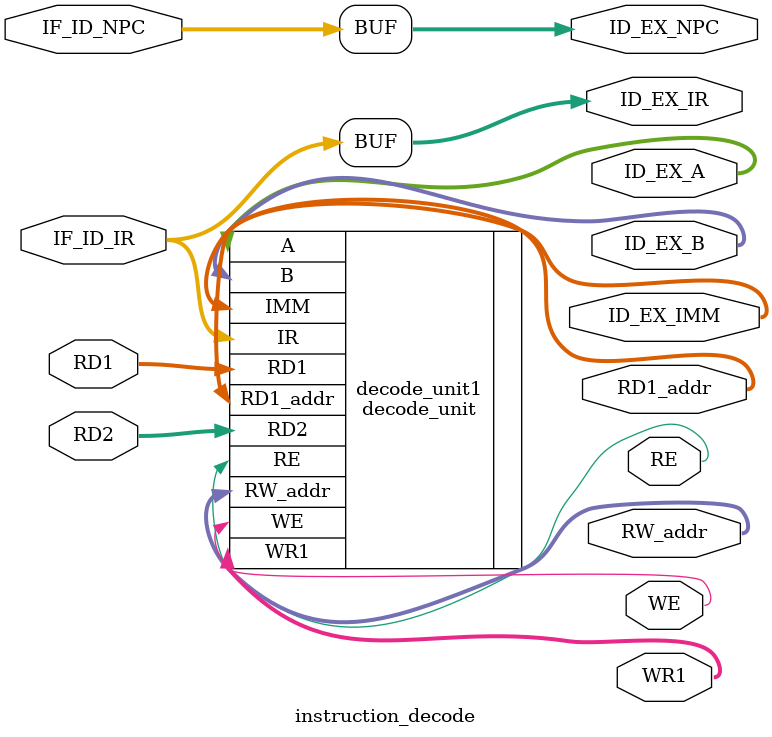
<source format=v>
`timescale 1ns / 1ps
module instruction_decode (IF_ID_IR,IF_ID_NPC,ID_EX_A,ID_EX_B,ID_EX_IMM,ID_EX_NPC,ID_EX_IR,WE,RE,RW_addr,RD1_addr,RD1,RD2,WR1
);
input [31:0] IF_ID_IR,IF_ID_NPC;
output [31:0] ID_EX_A,ID_EX_B,ID_EX_IMM,ID_EX_NPC,ID_EX_IR;
output WE,RE;
output [4:0] RW_addr,RD1_addr;
input  [31:0] RD1,RD2;
output [31:0] WR1;
decode_unit decode_unit1(.IR(IF_ID_IR),.A(ID_EX_A),.B(ID_EX_B),.IMM(ID_EX_IMM),
    .WE(WE),
    .RE(RE),
    .RW_addr(RW_addr),
    .RD1_addr(RD1_addr),
    .RD1(RD1),
    .RD2(RD2),
    .WR1(WR1));
assign ID_EX_NPC=IF_ID_NPC;
assign ID_EX_IR =IF_ID_IR;

endmodule

</source>
